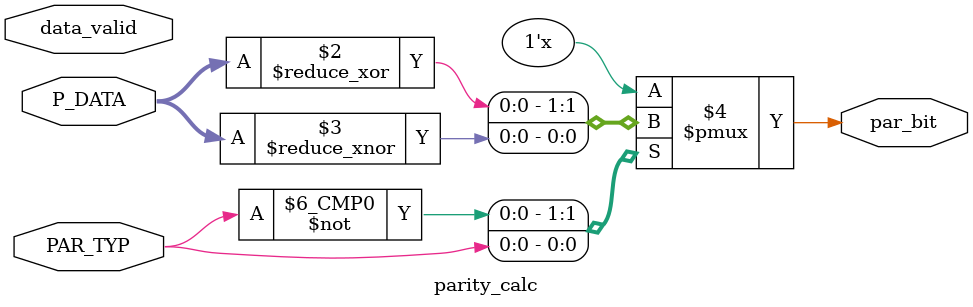
<source format=v>
module parity_calc(
  input       [7:0] P_DATA,
  input             data_valid,
  input             PAR_TYP,
  output reg        par_bit
  );
  
  parameter Even = 0,
            Odd = 1;
            
  always @(*) 
  begin
   case(PAR_TYP)
     Even: par_bit = ^P_DATA;
     Odd:  par_bit = ~^P_DATA;
   endcase
 end
 
endmodule

</source>
